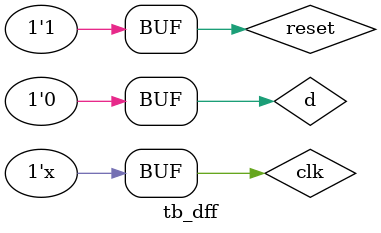
<source format=v>


module tb_dff();
reg d,reset; // Declaration of input
reg clk=0;

dff  DUT (q,d,clk,reset); 

always #5 clk = ~clk;

initial
begin
reset=1'b0;
#1 d=1'b1; reset=1'b1;
#5 d=1'b1; reset=1'b1;
#5 d=1'b0; reset=1'b1;
#6  d=1'b1; reset=1'b1;
#10  d=1'b0; reset=1'b1;
end
endmodule


</source>
